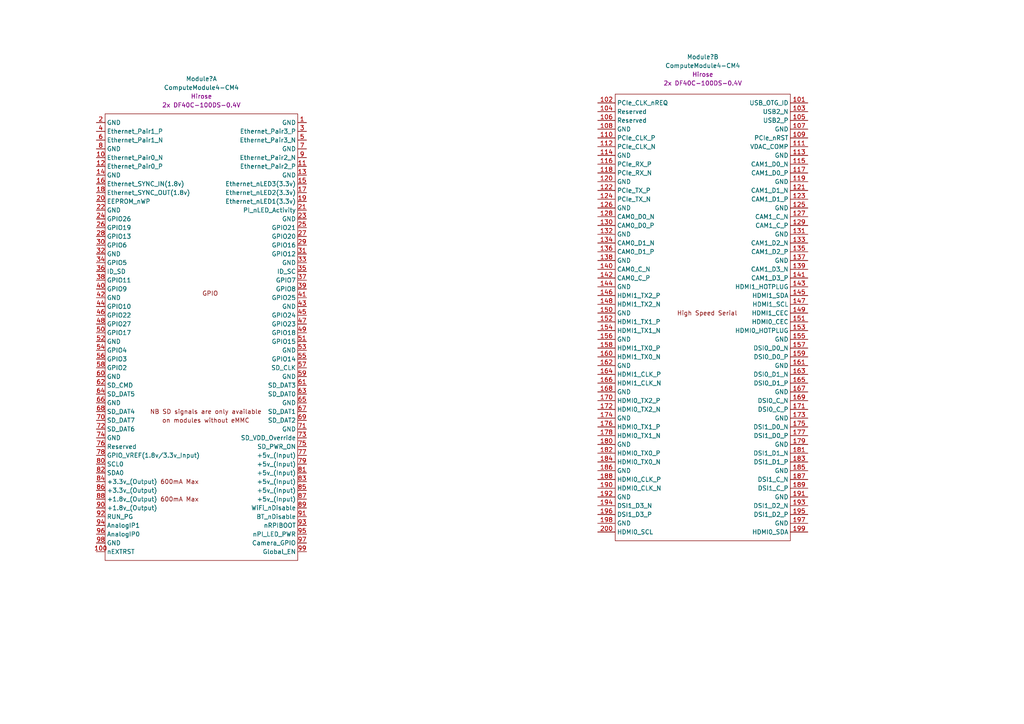
<source format=kicad_sch>
(kicad_sch (version 20211123) (generator eeschema)
  (paper "A4")
  (lib_symbols
    (symbol "CM4IO:ComputeModule4-CM4"
      (property "Reference" "Module" (at 113.03 -68.58 0))
      (property "Value" "ComputeModule4-CM4" (at 140.97 2.54 0))
      (property "Field4" "Hirose" (at 0 0 0))
      (property "Field5" "2x DF40C-100DS-0.4V" (at 0 -2.54 0))
      (symbol "ComputeModule4-CM4_1_0"
        (text "GPIO" (at 0 6.35 0) (effects (font (size 1.27 1.27))))
      )
      (symbol "ComputeModule4-CM4_1_1"
        (rectangle (start -30.48 -71.12) (end 25.4 58.42))
        (text "600mA Max" (at -8.89 -53.34 0) (effects (font (size 1.27 1.27))))
        (text "600mA Max" (at -8.89 -48.26 0) (effects (font (size 1.27 1.27))))
        (text "NB SD signals are only available" (at -1.27 -27.94 0) (effects (font (size 1.27 1.27))))
        (text "on modules without eMMC" (at -1.27 -30.48 0) (effects (font (size 1.27 1.27))))
        (pin power_in line (at 27.94 55.88 180) (length 2.54) (name "GND") (number "1"))
        (pin passive line (at -33.02 45.72 0) (length 2.54) (name "Ethernet_Pair0_N") (number "10"))
        (pin output line (at -33.02 -68.58 0) (length 2.54) (name "nEXTRST") (number "100"))
        (pin passive line (at 27.94 43.18 180) (length 2.54) (name "Ethernet_Pair2_P") (number "11"))
        (pin passive line (at -33.02 43.18 0) (length 2.54) (name "Ethernet_Pair0_P") (number "12"))
        (pin power_in line (at 27.94 40.64 180) (length 2.54) (name "GND") (number "13"))
        (pin power_in line (at -33.02 40.64 0) (length 2.54) (name "GND") (number "14"))
        (pin output line (at 27.94 38.1 180) (length 2.54) (name "Ethernet_nLED3(3.3v)") (number "15"))
        (pin input line (at -33.02 38.1 0) (length 2.54) (name "Ethernet_SYNC_IN(1.8v)") (number "16"))
        (pin output line (at 27.94 35.56 180) (length 2.54) (name "Ethernet_nLED2(3.3v)") (number "17"))
        (pin input line (at -33.02 35.56 0) (length 2.54) (name "Ethernet_SYNC_OUT(1.8v)") (number "18"))
        (pin output line (at 27.94 33.02 180) (length 2.54) (name "Ethernet_nLED1(3.3v)") (number "19"))
        (pin power_in line (at -33.02 55.88 0) (length 2.54) (name "GND") (number "2"))
        (pin passive line (at -33.02 33.02 0) (length 2.54) (name "EEPROM_nWP") (number "20"))
        (pin open_collector line (at 27.94 30.48 180) (length 2.54) (name "PI_nLED_Activity") (number "21"))
        (pin power_in line (at -33.02 30.48 0) (length 2.54) (name "GND") (number "22"))
        (pin power_in line (at 27.94 27.94 180) (length 2.54) (name "GND") (number "23"))
        (pin passive line (at -33.02 27.94 0) (length 2.54) (name "GPIO26") (number "24"))
        (pin passive line (at 27.94 25.4 180) (length 2.54) (name "GPIO21") (number "25"))
        (pin passive line (at -33.02 25.4 0) (length 2.54) (name "GPIO19") (number "26"))
        (pin passive line (at 27.94 22.86 180) (length 2.54) (name "GPIO20") (number "27"))
        (pin passive line (at -33.02 22.86 0) (length 2.54) (name "GPIO13") (number "28"))
        (pin passive line (at 27.94 20.32 180) (length 2.54) (name "GPIO16") (number "29"))
        (pin passive line (at 27.94 53.34 180) (length 2.54) (name "Ethernet_Pair3_P") (number "3"))
        (pin passive line (at -33.02 20.32 0) (length 2.54) (name "GPIO6") (number "30"))
        (pin passive line (at 27.94 17.78 180) (length 2.54) (name "GPIO12") (number "31"))
        (pin power_in line (at -33.02 17.78 0) (length 2.54) (name "GND") (number "32"))
        (pin power_in line (at 27.94 15.24 180) (length 2.54) (name "GND") (number "33"))
        (pin passive line (at -33.02 15.24 0) (length 2.54) (name "GPIO5") (number "34"))
        (pin passive line (at 27.94 12.7 180) (length 2.54) (name "ID_SC") (number "35"))
        (pin passive line (at -33.02 12.7 0) (length 2.54) (name "ID_SD") (number "36"))
        (pin passive line (at 27.94 10.16 180) (length 2.54) (name "GPIO7") (number "37"))
        (pin passive line (at -33.02 10.16 0) (length 2.54) (name "GPIO11") (number "38"))
        (pin passive line (at 27.94 7.62 180) (length 2.54) (name "GPIO8") (number "39"))
        (pin passive line (at -33.02 53.34 0) (length 2.54) (name "Ethernet_Pair1_P") (number "4"))
        (pin passive line (at -33.02 7.62 0) (length 2.54) (name "GPIO9") (number "40"))
        (pin passive line (at 27.94 5.08 180) (length 2.54) (name "GPIO25") (number "41"))
        (pin power_in line (at -33.02 5.08 0) (length 2.54) (name "GND") (number "42"))
        (pin power_in line (at 27.94 2.54 180) (length 2.54) (name "GND") (number "43"))
        (pin passive line (at -33.02 2.54 0) (length 2.54) (name "GPIO10") (number "44"))
        (pin passive line (at 27.94 0 180) (length 2.54) (name "GPIO24") (number "45"))
        (pin passive line (at -33.02 0 0) (length 2.54) (name "GPIO22") (number "46"))
        (pin passive line (at 27.94 -2.54 180) (length 2.54) (name "GPIO23") (number "47"))
        (pin passive line (at -33.02 -2.54 0) (length 2.54) (name "GPIO27") (number "48"))
        (pin passive line (at 27.94 -5.08 180) (length 2.54) (name "GPIO18") (number "49"))
        (pin passive line (at 27.94 50.8 180) (length 2.54) (name "Ethernet_Pair3_N") (number "5"))
        (pin passive line (at -33.02 -5.08 0) (length 2.54) (name "GPIO17") (number "50"))
        (pin passive line (at 27.94 -7.62 180) (length 2.54) (name "GPIO15") (number "51"))
        (pin power_in line (at -33.02 -7.62 0) (length 2.54) (name "GND") (number "52"))
        (pin power_in line (at 27.94 -10.16 180) (length 2.54) (name "GND") (number "53"))
        (pin passive line (at -33.02 -10.16 0) (length 2.54) (name "GPIO4") (number "54"))
        (pin passive line (at 27.94 -12.7 180) (length 2.54) (name "GPIO14") (number "55"))
        (pin passive line (at -33.02 -12.7 0) (length 2.54) (name "GPIO3") (number "56"))
        (pin passive line (at 27.94 -15.24 180) (length 2.54) (name "SD_CLK") (number "57"))
        (pin passive line (at -33.02 -15.24 0) (length 2.54) (name "GPIO2") (number "58"))
        (pin power_in line (at 27.94 -17.78 180) (length 2.54) (name "GND") (number "59"))
        (pin passive line (at -33.02 50.8 0) (length 2.54) (name "Ethernet_Pair1_N") (number "6"))
        (pin power_in line (at -33.02 -17.78 0) (length 2.54) (name "GND") (number "60"))
        (pin passive line (at 27.94 -20.32 180) (length 2.54) (name "SD_DAT3") (number "61"))
        (pin passive line (at -33.02 -20.32 0) (length 2.54) (name "SD_CMD") (number "62"))
        (pin passive line (at 27.94 -22.86 180) (length 2.54) (name "SD_DAT0") (number "63"))
        (pin passive line (at -33.02 -22.86 0) (length 2.54) (name "SD_DAT5") (number "64"))
        (pin power_in line (at 27.94 -25.4 180) (length 2.54) (name "GND") (number "65"))
        (pin power_in line (at -33.02 -25.4 0) (length 2.54) (name "GND") (number "66"))
        (pin passive line (at 27.94 -27.94 180) (length 2.54) (name "SD_DAT1") (number "67"))
        (pin passive line (at -33.02 -27.94 0) (length 2.54) (name "SD_DAT4") (number "68"))
        (pin passive line (at 27.94 -30.48 180) (length 2.54) (name "SD_DAT2") (number "69"))
        (pin power_in line (at 27.94 48.26 180) (length 2.54) (name "GND") (number "7"))
        (pin passive line (at -33.02 -30.48 0) (length 2.54) (name "SD_DAT7") (number "70"))
        (pin power_in line (at 27.94 -33.02 180) (length 2.54) (name "GND") (number "71"))
        (pin passive line (at -33.02 -33.02 0) (length 2.54) (name "SD_DAT6") (number "72"))
        (pin input line (at 27.94 -35.56 180) (length 2.54) (name "SD_VDD_Override") (number "73"))
        (pin power_in line (at -33.02 -35.56 0) (length 2.54) (name "GND") (number "74"))
        (pin output line (at 27.94 -38.1 180) (length 2.54) (name "SD_PWR_ON") (number "75"))
        (pin passive line (at -33.02 -38.1 0) (length 2.54) (name "Reserved") (number "76"))
        (pin power_in line (at 27.94 -40.64 180) (length 2.54) (name "+5v_(Input)") (number "77"))
        (pin power_in line (at -33.02 -40.64 0) (length 2.54) (name "GPIO_VREF(1.8v/3.3v_Input)") (number "78"))
        (pin power_in line (at 27.94 -43.18 180) (length 2.54) (name "+5v_(Input)") (number "79"))
        (pin power_in line (at -33.02 48.26 0) (length 2.54) (name "GND") (number "8"))
        (pin passive line (at -33.02 -43.18 0) (length 2.54) (name "SCL0") (number "80"))
        (pin power_in line (at 27.94 -45.72 180) (length 2.54) (name "+5v_(Input)") (number "81"))
        (pin passive line (at -33.02 -45.72 0) (length 2.54) (name "SDA0") (number "82"))
        (pin power_in line (at 27.94 -48.26 180) (length 2.54) (name "+5v_(Input)") (number "83"))
        (pin power_out line (at -33.02 -48.26 0) (length 2.54) (name "+3.3v_(Output)") (number "84"))
        (pin power_in line (at 27.94 -50.8 180) (length 2.54) (name "+5v_(Input)") (number "85"))
        (pin power_out line (at -33.02 -50.8 0) (length 2.54) (name "+3.3v_(Output)") (number "86"))
        (pin power_in line (at 27.94 -53.34 180) (length 2.54) (name "+5v_(Input)") (number "87"))
        (pin power_out line (at -33.02 -53.34 0) (length 2.54) (name "+1.8v_(Output)") (number "88"))
        (pin power_in line (at 27.94 -55.88 180) (length 2.54) (name "WiFi_nDisable") (number "89"))
        (pin passive line (at 27.94 45.72 180) (length 2.54) (name "Ethernet_Pair2_N") (number "9"))
        (pin power_out line (at -33.02 -55.88 0) (length 2.54) (name "+1.8v_(Output)") (number "90"))
        (pin power_in line (at 27.94 -58.42 180) (length 2.54) (name "BT_nDisable") (number "91"))
        (pin passive line (at -33.02 -58.42 0) (length 2.54) (name "RUN_PG") (number "92"))
        (pin input line (at 27.94 -60.96 180) (length 2.54) (name "nRPIBOOT") (number "93"))
        (pin passive line (at -33.02 -60.96 0) (length 2.54) (name "AnalogIP1") (number "94"))
        (pin output line (at 27.94 -63.5 180) (length 2.54) (name "nPI_LED_PWR") (number "95"))
        (pin passive line (at -33.02 -63.5 0) (length 2.54) (name "AnalogIP0") (number "96"))
        (pin passive line (at 27.94 -66.04 180) (length 2.54) (name "Camera_GPIO") (number "97"))
        (pin power_in line (at -33.02 -66.04 0) (length 2.54) (name "GND") (number "98"))
        (pin input line (at 27.94 -68.58 180) (length 2.54) (name "Global_EN") (number "99"))
      )
      (symbol "ComputeModule4-CM4_2_1"
        (rectangle (start 114.3 -66.04) (end 165.1 63.5))
        (text "High Speed Serial" (at 140.97 0 0) (effects (font (size 1.27 1.27))))
        (pin input line (at 170.18 60.96 180) (length 5.08) (name "USB_OTG_ID") (number "101"))
        (pin input line (at 109.22 60.96 0) (length 5.08) (name "PCIe_CLK_nREQ") (number "102"))
        (pin passive line (at 170.18 58.42 180) (length 5.08) (name "USB2_N") (number "103"))
        (pin passive line (at 109.22 58.42 0) (length 5.08) (name "Reserved") (number "104"))
        (pin passive line (at 170.18 55.88 180) (length 5.08) (name "USB2_P") (number "105"))
        (pin passive line (at 109.22 55.88 0) (length 5.08) (name "Reserved") (number "106"))
        (pin power_in line (at 170.18 53.34 180) (length 5.08) (name "GND") (number "107"))
        (pin power_in line (at 109.22 53.34 0) (length 5.08) (name "GND") (number "108"))
        (pin bidirectional line (at 170.18 50.8 180) (length 5.08) (name "PCIe_nRST") (number "109"))
        (pin output line (at 109.22 50.8 0) (length 5.08) (name "PCIe_CLK_P") (number "110"))
        (pin passive line (at 170.18 48.26 180) (length 5.08) (name "VDAC_COMP") (number "111"))
        (pin output line (at 109.22 48.26 0) (length 5.08) (name "PCIe_CLK_N") (number "112"))
        (pin power_in line (at 170.18 45.72 180) (length 5.08) (name "GND") (number "113"))
        (pin power_in line (at 109.22 45.72 0) (length 5.08) (name "GND") (number "114"))
        (pin input line (at 170.18 43.18 180) (length 5.08) (name "CAM1_D0_N") (number "115"))
        (pin input line (at 109.22 43.18 0) (length 5.08) (name "PCIe_RX_P") (number "116"))
        (pin input line (at 170.18 40.64 180) (length 5.08) (name "CAM1_D0_P") (number "117"))
        (pin input line (at 109.22 40.64 0) (length 5.08) (name "PCIe_RX_N") (number "118"))
        (pin power_in line (at 170.18 38.1 180) (length 5.08) (name "GND") (number "119"))
        (pin power_in line (at 109.22 38.1 0) (length 5.08) (name "GND") (number "120"))
        (pin input line (at 170.18 35.56 180) (length 5.08) (name "CAM1_D1_N") (number "121"))
        (pin output line (at 109.22 35.56 0) (length 5.08) (name "PCIe_TX_P") (number "122"))
        (pin input line (at 170.18 33.02 180) (length 5.08) (name "CAM1_D1_P") (number "123"))
        (pin output line (at 109.22 33.02 0) (length 5.08) (name "PCIe_TX_N") (number "124"))
        (pin power_in line (at 170.18 30.48 180) (length 5.08) (name "GND") (number "125"))
        (pin power_in line (at 109.22 30.48 0) (length 5.08) (name "GND") (number "126"))
        (pin input line (at 170.18 27.94 180) (length 5.08) (name "CAM1_C_N") (number "127"))
        (pin input line (at 109.22 27.94 0) (length 5.08) (name "CAM0_D0_N") (number "128"))
        (pin input line (at 170.18 25.4 180) (length 5.08) (name "CAM1_C_P") (number "129"))
        (pin input line (at 109.22 25.4 0) (length 5.08) (name "CAM0_D0_P") (number "130"))
        (pin power_in line (at 170.18 22.86 180) (length 5.08) (name "GND") (number "131"))
        (pin power_in line (at 109.22 22.86 0) (length 5.08) (name "GND") (number "132"))
        (pin input line (at 170.18 20.32 180) (length 5.08) (name "CAM1_D2_N") (number "133"))
        (pin input line (at 109.22 20.32 0) (length 5.08) (name "CAM0_D1_N") (number "134"))
        (pin input line (at 170.18 17.78 180) (length 5.08) (name "CAM1_D2_P") (number "135"))
        (pin input line (at 109.22 17.78 0) (length 5.08) (name "CAM0_D1_P") (number "136"))
        (pin power_in line (at 170.18 15.24 180) (length 5.08) (name "GND") (number "137"))
        (pin power_in line (at 109.22 15.24 0) (length 5.08) (name "GND") (number "138"))
        (pin input line (at 170.18 12.7 180) (length 5.08) (name "CAM1_D3_N") (number "139"))
        (pin input line (at 109.22 12.7 0) (length 5.08) (name "CAM0_C_N") (number "140"))
        (pin input line (at 170.18 10.16 180) (length 5.08) (name "CAM1_D3_P") (number "141"))
        (pin input line (at 109.22 10.16 0) (length 5.08) (name "CAM0_C_P") (number "142"))
        (pin input line (at 170.18 7.62 180) (length 5.08) (name "HDMI1_HOTPLUG") (number "143"))
        (pin power_in line (at 109.22 7.62 0) (length 5.08) (name "GND") (number "144"))
        (pin bidirectional line (at 170.18 5.08 180) (length 5.08) (name "HDMI1_SDA") (number "145"))
        (pin output line (at 109.22 5.08 0) (length 5.08) (name "HDMI1_TX2_P") (number "146"))
        (pin open_collector line (at 170.18 2.54 180) (length 5.08) (name "HDMI1_SCL") (number "147"))
        (pin output line (at 109.22 2.54 0) (length 5.08) (name "HDMI1_TX2_N") (number "148"))
        (pin open_collector line (at 170.18 0 180) (length 5.08) (name "HDMI1_CEC") (number "149"))
        (pin power_in line (at 109.22 0 0) (length 5.08) (name "GND") (number "150"))
        (pin open_collector line (at 170.18 -2.54 180) (length 5.08) (name "HDMI0_CEC") (number "151"))
        (pin output line (at 109.22 -2.54 0) (length 5.08) (name "HDMI1_TX1_P") (number "152"))
        (pin input line (at 170.18 -5.08 180) (length 5.08) (name "HDMI0_HOTPLUG") (number "153"))
        (pin output line (at 109.22 -5.08 0) (length 5.08) (name "HDMI1_TX1_N") (number "154"))
        (pin power_in line (at 170.18 -7.62 180) (length 5.08) (name "GND") (number "155"))
        (pin power_in line (at 109.22 -7.62 0) (length 5.08) (name "GND") (number "156"))
        (pin output line (at 170.18 -10.16 180) (length 5.08) (name "DSI0_D0_N") (number "157"))
        (pin output line (at 109.22 -10.16 0) (length 5.08) (name "HDMI1_TX0_P") (number "158"))
        (pin output line (at 170.18 -12.7 180) (length 5.08) (name "DSI0_D0_P") (number "159"))
        (pin output line (at 109.22 -12.7 0) (length 5.08) (name "HDMI1_TX0_N") (number "160"))
        (pin power_in line (at 170.18 -15.24 180) (length 5.08) (name "GND") (number "161"))
        (pin power_in line (at 109.22 -15.24 0) (length 5.08) (name "GND") (number "162"))
        (pin output line (at 170.18 -17.78 180) (length 5.08) (name "DSI0_D1_N") (number "163"))
        (pin output line (at 109.22 -17.78 0) (length 5.08) (name "HDMI1_CLK_P") (number "164"))
        (pin output line (at 170.18 -20.32 180) (length 5.08) (name "DSI0_D1_P") (number "165"))
        (pin output line (at 109.22 -20.32 0) (length 5.08) (name "HDMI1_CLK_N") (number "166"))
        (pin power_in line (at 170.18 -22.86 180) (length 5.08) (name "GND") (number "167"))
        (pin power_in line (at 109.22 -22.86 0) (length 5.08) (name "GND") (number "168"))
        (pin output line (at 170.18 -25.4 180) (length 5.08) (name "DSI0_C_N") (number "169"))
        (pin output line (at 109.22 -25.4 0) (length 5.08) (name "HDMI0_TX2_P") (number "170"))
        (pin output line (at 170.18 -27.94 180) (length 5.08) (name "DSI0_C_P") (number "171"))
        (pin output line (at 109.22 -27.94 0) (length 5.08) (name "HDMI0_TX2_N") (number "172"))
        (pin power_in line (at 170.18 -30.48 180) (length 5.08) (name "GND") (number "173"))
        (pin power_in line (at 109.22 -30.48 0) (length 5.08) (name "GND") (number "174"))
        (pin output line (at 170.18 -33.02 180) (length 5.08) (name "DSI1_D0_N") (number "175"))
        (pin output line (at 109.22 -33.02 0) (length 5.08) (name "HDMI0_TX1_P") (number "176"))
        (pin output line (at 170.18 -35.56 180) (length 5.08) (name "DSI1_D0_P") (number "177"))
        (pin output line (at 109.22 -35.56 0) (length 5.08) (name "HDMI0_TX1_N") (number "178"))
        (pin power_in line (at 170.18 -38.1 180) (length 5.08) (name "GND") (number "179"))
        (pin power_in line (at 109.22 -38.1 0) (length 5.08) (name "GND") (number "180"))
        (pin output line (at 170.18 -40.64 180) (length 5.08) (name "DSI1_D1_N") (number "181"))
        (pin output line (at 109.22 -40.64 0) (length 5.08) (name "HDMI0_TX0_P") (number "182"))
        (pin output line (at 170.18 -43.18 180) (length 5.08) (name "DSI1_D1_P") (number "183"))
        (pin output line (at 109.22 -43.18 0) (length 5.08) (name "HDMI0_TX0_N") (number "184"))
        (pin power_in line (at 170.18 -45.72 180) (length 5.08) (name "GND") (number "185"))
        (pin power_in line (at 109.22 -45.72 0) (length 5.08) (name "GND") (number "186"))
        (pin output line (at 170.18 -48.26 180) (length 5.08) (name "DSI1_C_N") (number "187"))
        (pin output line (at 109.22 -48.26 0) (length 5.08) (name "HDMI0_CLK_P") (number "188"))
        (pin output line (at 170.18 -50.8 180) (length 5.08) (name "DSI1_C_P") (number "189"))
        (pin output line (at 109.22 -50.8 0) (length 5.08) (name "HDMI0_CLK_N") (number "190"))
        (pin power_in line (at 170.18 -53.34 180) (length 5.08) (name "GND") (number "191"))
        (pin power_in line (at 109.22 -53.34 0) (length 5.08) (name "GND") (number "192"))
        (pin output line (at 170.18 -55.88 180) (length 5.08) (name "DSI1_D2_N") (number "193"))
        (pin output line (at 109.22 -55.88 0) (length 5.08) (name "DSI1_D3_N") (number "194"))
        (pin output line (at 170.18 -58.42 180) (length 5.08) (name "DSI1_D2_P") (number "195"))
        (pin output line (at 109.22 -58.42 0) (length 5.08) (name "DSI1_D3_P") (number "196"))
        (pin power_in line (at 170.18 -60.96 180) (length 5.08) (name "GND") (number "197"))
        (pin power_in line (at 109.22 -60.96 0) (length 5.08) (name "GND") (number "198"))
        (pin bidirectional line (at 170.18 -63.5 180) (length 5.08) (name "HDMI0_SDA") (number "199"))
        (pin open_collector line (at 109.22 -63.5 0) (length 5.08) (name "HDMI0_SCL") (number "200"))
      )
    )
  )
  (symbol (lib_id "CM4IO:ComputeModule4-CM4") (at 60.96 91.44 0) (unit 1)
    (property "Reference" "Module?" (at 58.42 22.86 0))
    (property "Value" "ComputeModule4-CM4" (at 58.42 25.4 0))
    (property "Footprint" "CM4IO:Raspberry-Pi-4-Compute-Module" (effects hide))
    (property "Field4" "Hirose" (at 58.42 27.94 0))
    (property "Field5" "2x DF40C-100DS-0.4V" (at 58.42 30.48 0))
  )
  (symbol (lib_id "CM4IO:ComputeModule4-CM4") (at 64.135 90.805 0) (unit 2)
    (property "Reference" "Module?" (at 203.835 16.51 0))
    (property "Value" "ComputeModule4-CM4" (at 203.835 19.05 0))
    (property "Footprint" "CM4IO:Raspberry-Pi-4-Compute-Module" (effects hide))
    (property "Field4" "Hirose" (at 203.835 21.59 0))
    (property "Field5" "2x DF40C-100DS-0.4V" (at 203.835 24.13 0))
  )
)
</source>
